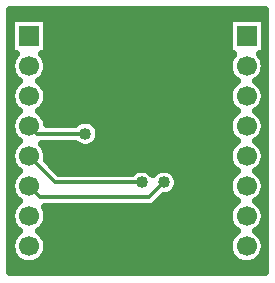
<source format=gbl>
G04 DipTrace 3.1.0.1*
G04 09342-3_miskovichk_giordanom_0_1.gbl*
%MOIN*%
G04 #@! TF.FileFunction,Copper,L2,Bot*
G04 #@! TF.Part,Single*
G04 #@! TA.AperFunction,Conductor*
%ADD13C,0.012992*%
G04 #@! TA.AperFunction,CopperBalancing*
%ADD14C,0.025*%
G04 #@! TA.AperFunction,ComponentPad*
%ADD17R,0.066929X0.066929*%
%ADD18C,0.066929*%
G04 #@! TA.AperFunction,ViaPad*
%ADD21C,0.04*%
%FSLAX26Y26*%
G04*
G70*
G90*
G75*
G01*
G04 Bottom*
%LPD*%
X881500Y744000D2*
D13*
X594000D1*
X506500Y831500D1*
X956500Y744000D2*
X906500Y694000D1*
X544000D1*
X506500Y731500D1*
X694000Y906500D2*
X531500D1*
X506500Y931500D1*
D21*
X881500Y744000D3*
X956500D3*
X694000Y906500D3*
X446518Y1294131D2*
D14*
X1291507D1*
X568955Y1269262D2*
X1169034D1*
X568955Y1244394D2*
X1169034D1*
X568955Y1219525D2*
X1169034D1*
X568955Y1194656D2*
X1169034D1*
X446518Y1169787D2*
X457829D1*
X555139D2*
X1182849D1*
X1280143D2*
X1291507D1*
X567448Y1144919D2*
X1170541D1*
X567878Y1120050D2*
X1170147D1*
X446518Y1095181D2*
X456252D1*
X556718D2*
X1181270D1*
X1281722D2*
X1291507D1*
X446518Y1070312D2*
X458260D1*
X554709D2*
X1183280D1*
X1279713D2*
X1291507D1*
X567304Y1045444D2*
X1170685D1*
X567950Y1020575D2*
X1170038D1*
X446518Y995706D2*
X455894D1*
X557113D2*
X1180875D1*
X1282117D2*
X1291507D1*
X446518Y970837D2*
X458761D1*
X554243D2*
X1183747D1*
X1279247D2*
X1291507D1*
X567197Y945969D2*
X666907D1*
X721104D2*
X1170793D1*
X740660Y921100D2*
X1169930D1*
X446518Y896231D2*
X455535D1*
X741845D2*
X1180517D1*
X1282512D2*
X1291501D1*
X446518Y871362D2*
X459192D1*
X553811D2*
X661058D1*
X726953D2*
X1184213D1*
X1278780D2*
X1291507D1*
X567052Y846493D2*
X1170936D1*
X568130Y821625D2*
X1169860D1*
X446518Y796756D2*
X455105D1*
X590413D2*
X1180122D1*
X1282870D2*
X1291516D1*
X446518Y771887D2*
X459693D1*
X996192D2*
X1184680D1*
X1278314D2*
X1291507D1*
X1005415Y747018D2*
X1171079D1*
X1000031Y722150D2*
X1169752D1*
X446518Y697281D2*
X454747D1*
X958944D2*
X1179764D1*
X1283230D2*
X1291534D1*
X446518Y672412D2*
X460177D1*
X934076D2*
X1185146D1*
X1277846D2*
X1291507D1*
X566766Y647543D2*
X1171223D1*
X568308Y622675D2*
X1169680D1*
X446518Y597806D2*
X454387D1*
X558621D2*
X1179404D1*
X1283588D2*
X1291487D1*
X446518Y572937D2*
X460644D1*
X552340D2*
X1185648D1*
X1277345D2*
X1291507D1*
X566622Y548068D2*
X1171366D1*
X568381Y523199D2*
X1169608D1*
X446518Y498331D2*
X454029D1*
X558944D2*
X1179046D1*
X1283948D2*
X1291510D1*
X446518Y473462D2*
X488921D1*
X524064D2*
X1213925D1*
X1249068D2*
X1291507D1*
X446518Y448593D2*
X1291507D1*
X455722Y1291465D2*
X566465D1*
Y1171535D1*
X551142D1*
X555012Y1166747D1*
X559929Y1158723D1*
X563530Y1150030D1*
X565726Y1140881D1*
X566465Y1131500D1*
X565726Y1122119D1*
X563530Y1112970D1*
X559929Y1104277D1*
X555012Y1096253D1*
X548902Y1089098D1*
X541747Y1082988D1*
X539559Y1081526D1*
X545444Y1077097D1*
X552097Y1070444D1*
X557629Y1062832D1*
X561900Y1054448D1*
X564807Y1045499D1*
X566280Y1036205D1*
Y1026795D1*
X564807Y1017501D1*
X561900Y1008552D1*
X557629Y1000168D1*
X552097Y992556D1*
X545444Y985903D1*
X539559Y981526D1*
X545444Y977097D1*
X552097Y970444D1*
X557629Y962832D1*
X561900Y954448D1*
X564807Y945499D1*
X565888Y939510D1*
X661222Y939496D1*
X666668Y944119D1*
X672890Y947932D1*
X679631Y950724D1*
X686726Y952428D1*
X694000Y953000D1*
X701274Y952428D1*
X708369Y950724D1*
X715110Y947932D1*
X721332Y944119D1*
X726881Y939381D1*
X731619Y933832D1*
X735432Y927610D1*
X738224Y920869D1*
X739928Y913774D1*
X740500Y906500D1*
X739928Y899226D1*
X738224Y892131D1*
X735432Y885390D1*
X731619Y879168D1*
X726881Y873619D1*
X721332Y868881D1*
X715110Y865068D1*
X708369Y862276D1*
X701274Y860572D1*
X694000Y860000D1*
X686726Y860572D1*
X679631Y862276D1*
X672890Y865068D1*
X666668Y868881D1*
X661235Y873513D1*
X549280Y873504D1*
X555012Y866747D1*
X559929Y858723D1*
X563530Y850030D1*
X565726Y840881D1*
X566465Y831500D1*
X565726Y822119D1*
X565199Y819467D1*
X607654Y777010D1*
X848741Y776996D1*
X854168Y781619D1*
X860390Y785432D1*
X867131Y788224D1*
X874226Y789928D1*
X881500Y790500D1*
X888774Y789928D1*
X895869Y788224D1*
X902610Y785432D1*
X908832Y781619D1*
X914381Y776881D1*
X918987Y771500D1*
X923619Y776881D1*
X929168Y781619D1*
X935390Y785432D1*
X942131Y788224D1*
X949226Y789928D1*
X956500Y790500D1*
X963774Y789928D1*
X970869Y788224D1*
X977610Y785432D1*
X983832Y781619D1*
X989381Y776881D1*
X994119Y771332D1*
X997932Y765110D1*
X1000724Y758369D1*
X1002428Y751274D1*
X1003000Y744000D1*
X1002428Y736726D1*
X1000724Y729631D1*
X997932Y722890D1*
X994119Y716668D1*
X989381Y711119D1*
X983832Y706381D1*
X977610Y702568D1*
X970869Y699776D1*
X963774Y698072D1*
X956656Y697507D1*
X927929Y668909D1*
X923740Y665866D1*
X919127Y663516D1*
X914203Y661916D1*
X909089Y661105D1*
X842196Y661004D1*
X558675D1*
X561900Y654448D1*
X564807Y645499D1*
X566280Y636205D1*
Y626795D1*
X564807Y617501D1*
X561900Y608552D1*
X557629Y600168D1*
X552097Y592556D1*
X545444Y585903D1*
X539559Y581526D1*
X545444Y577097D1*
X552097Y570444D1*
X557629Y562832D1*
X561900Y554448D1*
X564807Y545499D1*
X566280Y536205D1*
Y526795D1*
X564807Y517501D1*
X561900Y508552D1*
X557629Y500168D1*
X552097Y492556D1*
X545444Y485903D1*
X537832Y480371D1*
X529448Y476100D1*
X520499Y473193D1*
X511205Y471720D1*
X501795D1*
X492501Y473193D1*
X483552Y476100D1*
X475168Y480371D1*
X467556Y485903D1*
X460903Y492556D1*
X455371Y500168D1*
X451100Y508552D1*
X448193Y517501D1*
X446720Y526795D1*
Y536205D1*
X448193Y545499D1*
X451100Y554448D1*
X455371Y562832D1*
X460903Y570444D1*
X467556Y577097D1*
X473441Y581474D1*
X467556Y585903D1*
X460903Y592556D1*
X455371Y600168D1*
X451100Y608552D1*
X448193Y617501D1*
X446720Y626795D1*
Y636205D1*
X448193Y645499D1*
X451100Y654448D1*
X455371Y662832D1*
X460903Y670444D1*
X467556Y677097D1*
X473441Y681474D1*
X467556Y685903D1*
X460903Y692556D1*
X455371Y700168D1*
X451100Y708552D1*
X448193Y717501D1*
X446720Y726795D1*
Y736205D1*
X448193Y745499D1*
X451100Y754448D1*
X455371Y762832D1*
X460903Y770444D1*
X467556Y777097D1*
X473441Y781474D1*
X467556Y785903D1*
X460903Y792556D1*
X455371Y800168D1*
X451100Y808552D1*
X448193Y817501D1*
X446720Y826795D1*
Y836205D1*
X448193Y845499D1*
X451100Y854448D1*
X455371Y862832D1*
X460903Y870444D1*
X467556Y877097D1*
X473441Y881474D1*
X467556Y885903D1*
X460903Y892556D1*
X455371Y900168D1*
X451100Y908552D1*
X448193Y917501D1*
X446720Y926795D1*
Y936205D1*
X448193Y945499D1*
X451100Y954448D1*
X455371Y962832D1*
X460903Y970444D1*
X467556Y977097D1*
X473441Y981474D1*
X467556Y985903D1*
X460903Y992556D1*
X455371Y1000168D1*
X451100Y1008552D1*
X448193Y1017501D1*
X446720Y1026795D1*
Y1036205D1*
X448193Y1045499D1*
X451100Y1054448D1*
X455371Y1062832D1*
X460903Y1070444D1*
X467556Y1077097D1*
X473441Y1081474D1*
X467556Y1085903D1*
X460903Y1092556D1*
X455371Y1100168D1*
X451100Y1108552D1*
X448193Y1117501D1*
X446720Y1126795D1*
Y1136205D1*
X448193Y1145499D1*
X451100Y1154448D1*
X455371Y1162832D1*
X460903Y1170444D1*
X461913Y1171538D1*
X446535Y1171535D1*
Y1291465D1*
X455722D1*
X1180722D2*
X1291465D1*
Y1171535D1*
X1276142D1*
X1280012Y1166747D1*
X1284929Y1158723D1*
X1288530Y1150030D1*
X1290726Y1140881D1*
X1291465Y1131500D1*
X1290726Y1122119D1*
X1288530Y1112970D1*
X1284929Y1104277D1*
X1280012Y1096253D1*
X1273902Y1089098D1*
X1266747Y1082988D1*
X1264559Y1081526D1*
X1270444Y1077097D1*
X1277097Y1070444D1*
X1282629Y1062832D1*
X1286900Y1054448D1*
X1289807Y1045499D1*
X1291280Y1036205D1*
Y1026795D1*
X1289807Y1017501D1*
X1286900Y1008552D1*
X1282629Y1000168D1*
X1277097Y992556D1*
X1270444Y985903D1*
X1264559Y981526D1*
X1270444Y977097D1*
X1277097Y970444D1*
X1282629Y962832D1*
X1286900Y954448D1*
X1289807Y945499D1*
X1291280Y936205D1*
Y926795D1*
X1289807Y917501D1*
X1286900Y908552D1*
X1282629Y900168D1*
X1277097Y892556D1*
X1270444Y885903D1*
X1264559Y881526D1*
X1270444Y877097D1*
X1277097Y870444D1*
X1282629Y862832D1*
X1286900Y854448D1*
X1289807Y845499D1*
X1291280Y836205D1*
Y826795D1*
X1289807Y817501D1*
X1286900Y808552D1*
X1282629Y800168D1*
X1277097Y792556D1*
X1270444Y785903D1*
X1264559Y781526D1*
X1270444Y777097D1*
X1277097Y770444D1*
X1282629Y762832D1*
X1286900Y754448D1*
X1289807Y745499D1*
X1291280Y736205D1*
Y726795D1*
X1289807Y717501D1*
X1286900Y708552D1*
X1282629Y700168D1*
X1277097Y692556D1*
X1270444Y685903D1*
X1264559Y681526D1*
X1270444Y677097D1*
X1277097Y670444D1*
X1282629Y662832D1*
X1286900Y654448D1*
X1289807Y645499D1*
X1291280Y636205D1*
Y626795D1*
X1289807Y617501D1*
X1286900Y608552D1*
X1282629Y600168D1*
X1277097Y592556D1*
X1270444Y585903D1*
X1264559Y581526D1*
X1270444Y577097D1*
X1277097Y570444D1*
X1282629Y562832D1*
X1286900Y554448D1*
X1289807Y545499D1*
X1291280Y536205D1*
Y526795D1*
X1289807Y517501D1*
X1286900Y508552D1*
X1282629Y500168D1*
X1277097Y492556D1*
X1270444Y485903D1*
X1262832Y480371D1*
X1254448Y476100D1*
X1245499Y473193D1*
X1236205Y471720D1*
X1226795D1*
X1217501Y473193D1*
X1208552Y476100D1*
X1200168Y480371D1*
X1192556Y485903D1*
X1185903Y492556D1*
X1180371Y500168D1*
X1176100Y508552D1*
X1173193Y517501D1*
X1171720Y526795D1*
Y536205D1*
X1173193Y545499D1*
X1176100Y554448D1*
X1180371Y562832D1*
X1185903Y570444D1*
X1192556Y577097D1*
X1198441Y581474D1*
X1192556Y585903D1*
X1185903Y592556D1*
X1180371Y600168D1*
X1176100Y608552D1*
X1173193Y617501D1*
X1171720Y626795D1*
Y636205D1*
X1173193Y645499D1*
X1176100Y654448D1*
X1180371Y662832D1*
X1185903Y670444D1*
X1192556Y677097D1*
X1198441Y681474D1*
X1192556Y685903D1*
X1185903Y692556D1*
X1180371Y700168D1*
X1176100Y708552D1*
X1173193Y717501D1*
X1171720Y726795D1*
Y736205D1*
X1173193Y745499D1*
X1176100Y754448D1*
X1180371Y762832D1*
X1185903Y770444D1*
X1192556Y777097D1*
X1198441Y781474D1*
X1192556Y785903D1*
X1185903Y792556D1*
X1180371Y800168D1*
X1176100Y808552D1*
X1173193Y817501D1*
X1171720Y826795D1*
Y836205D1*
X1173193Y845499D1*
X1176100Y854448D1*
X1180371Y862832D1*
X1185903Y870444D1*
X1192556Y877097D1*
X1198441Y881474D1*
X1192556Y885903D1*
X1185903Y892556D1*
X1180371Y900168D1*
X1176100Y908552D1*
X1173193Y917501D1*
X1171720Y926795D1*
Y936205D1*
X1173193Y945499D1*
X1176100Y954448D1*
X1180371Y962832D1*
X1185903Y970444D1*
X1192556Y977097D1*
X1198441Y981474D1*
X1192556Y985903D1*
X1185903Y992556D1*
X1180371Y1000168D1*
X1176100Y1008552D1*
X1173193Y1017501D1*
X1171720Y1026795D1*
Y1036205D1*
X1173193Y1045499D1*
X1176100Y1054448D1*
X1180371Y1062832D1*
X1185903Y1070444D1*
X1192556Y1077097D1*
X1198441Y1081474D1*
X1192556Y1085903D1*
X1185903Y1092556D1*
X1180371Y1100168D1*
X1176100Y1108552D1*
X1173193Y1117501D1*
X1171720Y1126795D1*
Y1136205D1*
X1173193Y1145499D1*
X1176100Y1154448D1*
X1180371Y1162832D1*
X1185903Y1170444D1*
X1186913Y1171538D1*
X1171535Y1171535D1*
Y1291465D1*
X1180722D1*
X1293976Y1319000D2*
X444024D1*
X444000Y444022D1*
X1293976Y444000D1*
X1294000Y1319024D1*
D17*
X506500Y1231500D3*
D18*
Y1131500D3*
Y1031500D3*
Y931500D3*
Y831500D3*
Y731500D3*
Y631500D3*
Y531500D3*
D17*
X1231500Y1231500D3*
D18*
Y1131500D3*
Y1031500D3*
Y931500D3*
Y831500D3*
Y731500D3*
Y631500D3*
Y531500D3*
M02*

</source>
